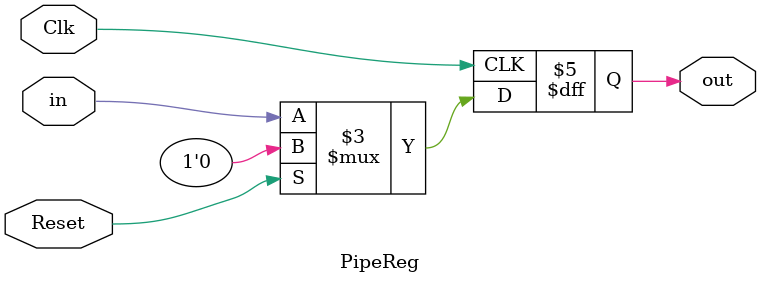
<source format=v>
`timescale 1ns / 1ps


module PipeReg #(parameter WIDTH=1)(Clk, Reset, in, out);
    
    input wire Clk, Reset;
    input [WIDTH-1:0] in;
    
    output reg [WIDTH-1:0] out;
    
    
     always@(posedge Clk) begin
        if(Reset) begin
            out <= {WIDTH{1'b0}};
        end else begin 
            out <= in; 
        end
	      
	end
	
	
endmodule

</source>
